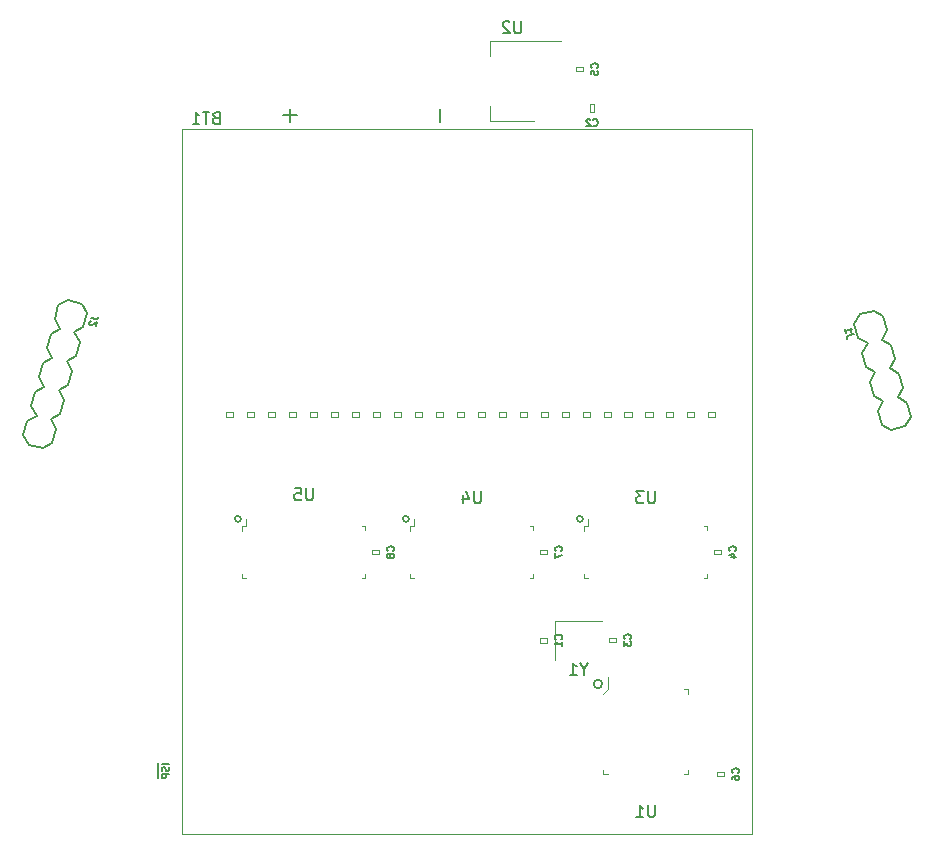
<source format=gbr>
G04 #@! TF.GenerationSoftware,KiCad,Pcbnew,5.1.2*
G04 #@! TF.CreationDate,2019-06-27T21:44:39-07:00*
G04 #@! TF.ProjectId,DC27-Cylon,44433237-2d43-4796-9c6f-6e2e6b696361,rev?*
G04 #@! TF.SameCoordinates,Original*
G04 #@! TF.FileFunction,Legend,Bot*
G04 #@! TF.FilePolarity,Positive*
%FSLAX46Y46*%
G04 Gerber Fmt 4.6, Leading zero omitted, Abs format (unit mm)*
G04 Created by KiCad (PCBNEW 5.1.2) date 2019-06-27 21:44:39*
%MOMM*%
%LPD*%
G04 APERTURE LIST*
%ADD10C,0.150000*%
%ADD11C,0.120000*%
%ADD12C,0.066040*%
%ADD13C,0.203200*%
%ADD14C,0.100000*%
%ADD15C,0.127000*%
G04 APERTURE END LIST*
D10*
X69088000Y-89154000D02*
G75*
G03X69088000Y-89154000I-254000J0D01*
G01*
X54356000Y-89154000D02*
G75*
G03X54356000Y-89154000I-254000J0D01*
G01*
X40132000Y-89154000D02*
G75*
G03X40132000Y-89154000I-254000J0D01*
G01*
X70717210Y-103124000D02*
G75*
G03X70717210Y-103124000I-359210J0D01*
G01*
D11*
X35131000Y-115821000D02*
X35131000Y-56111000D01*
X35131000Y-56111000D02*
X83421000Y-56111000D01*
X83421000Y-56111000D02*
X83425000Y-115821000D01*
X83421000Y-115821000D02*
X35131000Y-115821000D01*
D12*
X38885280Y-80524356D02*
X39484720Y-80524356D01*
X39484720Y-80524356D02*
X39484720Y-80128116D01*
X38885280Y-80128116D02*
X39484720Y-80128116D01*
X38885280Y-80524356D02*
X38885280Y-80128116D01*
X40660280Y-80524356D02*
X41259720Y-80524356D01*
X41259720Y-80524356D02*
X41259720Y-80128116D01*
X40660280Y-80128116D02*
X41259720Y-80128116D01*
X40660280Y-80524356D02*
X40660280Y-80128116D01*
X42435280Y-80524356D02*
X43034720Y-80524356D01*
X43034720Y-80524356D02*
X43034720Y-80128116D01*
X42435280Y-80128116D02*
X43034720Y-80128116D01*
X42435280Y-80524356D02*
X42435280Y-80128116D01*
X44210280Y-80524356D02*
X44809720Y-80524356D01*
X44809720Y-80524356D02*
X44809720Y-80128116D01*
X44210280Y-80128116D02*
X44809720Y-80128116D01*
X44210280Y-80524356D02*
X44210280Y-80128116D01*
X45985280Y-80524356D02*
X46584720Y-80524356D01*
X46584720Y-80524356D02*
X46584720Y-80128116D01*
X45985280Y-80128116D02*
X46584720Y-80128116D01*
X45985280Y-80524356D02*
X45985280Y-80128116D01*
X47760280Y-80524356D02*
X48359720Y-80524356D01*
X48359720Y-80524356D02*
X48359720Y-80128116D01*
X47760280Y-80128116D02*
X48359720Y-80128116D01*
X47760280Y-80524356D02*
X47760280Y-80128116D01*
X49535280Y-80524356D02*
X50134720Y-80524356D01*
X50134720Y-80524356D02*
X50134720Y-80128116D01*
X49535280Y-80128116D02*
X50134720Y-80128116D01*
X49535280Y-80524356D02*
X49535280Y-80128116D01*
X51310280Y-80524356D02*
X51909720Y-80524356D01*
X51909720Y-80524356D02*
X51909720Y-80128116D01*
X51310280Y-80128116D02*
X51909720Y-80128116D01*
X51310280Y-80524356D02*
X51310280Y-80128116D01*
X53085280Y-80524356D02*
X53684720Y-80524356D01*
X53684720Y-80524356D02*
X53684720Y-80128116D01*
X53085280Y-80128116D02*
X53684720Y-80128116D01*
X53085280Y-80524356D02*
X53085280Y-80128116D01*
X54860280Y-80524356D02*
X55459720Y-80524356D01*
X55459720Y-80524356D02*
X55459720Y-80128116D01*
X54860280Y-80128116D02*
X55459720Y-80128116D01*
X54860280Y-80524356D02*
X54860280Y-80128116D01*
X56635280Y-80524356D02*
X57234720Y-80524356D01*
X57234720Y-80524356D02*
X57234720Y-80128116D01*
X56635280Y-80128116D02*
X57234720Y-80128116D01*
X56635280Y-80524356D02*
X56635280Y-80128116D01*
X58410280Y-80524356D02*
X59009720Y-80524356D01*
X59009720Y-80524356D02*
X59009720Y-80128116D01*
X58410280Y-80128116D02*
X59009720Y-80128116D01*
X58410280Y-80524356D02*
X58410280Y-80128116D01*
X60185280Y-80524356D02*
X60784720Y-80524356D01*
X60784720Y-80524356D02*
X60784720Y-80128116D01*
X60185280Y-80128116D02*
X60784720Y-80128116D01*
X60185280Y-80524356D02*
X60185280Y-80128116D01*
X61960280Y-80524356D02*
X62559720Y-80524356D01*
X62559720Y-80524356D02*
X62559720Y-80128116D01*
X61960280Y-80128116D02*
X62559720Y-80128116D01*
X61960280Y-80524356D02*
X61960280Y-80128116D01*
X63735280Y-80524356D02*
X64334720Y-80524356D01*
X64334720Y-80524356D02*
X64334720Y-80128116D01*
X63735280Y-80128116D02*
X64334720Y-80128116D01*
X63735280Y-80524356D02*
X63735280Y-80128116D01*
X65510280Y-80524356D02*
X66109720Y-80524356D01*
X66109720Y-80524356D02*
X66109720Y-80128116D01*
X65510280Y-80128116D02*
X66109720Y-80128116D01*
X65510280Y-80524356D02*
X65510280Y-80128116D01*
X67285280Y-80524356D02*
X67884720Y-80524356D01*
X67884720Y-80524356D02*
X67884720Y-80128116D01*
X67285280Y-80128116D02*
X67884720Y-80128116D01*
X67285280Y-80524356D02*
X67285280Y-80128116D01*
X69060280Y-80524356D02*
X69659720Y-80524356D01*
X69659720Y-80524356D02*
X69659720Y-80128116D01*
X69060280Y-80128116D02*
X69659720Y-80128116D01*
X69060280Y-80524356D02*
X69060280Y-80128116D01*
X70835280Y-80524356D02*
X71434720Y-80524356D01*
X71434720Y-80524356D02*
X71434720Y-80128116D01*
X70835280Y-80128116D02*
X71434720Y-80128116D01*
X70835280Y-80524356D02*
X70835280Y-80128116D01*
X72610280Y-80524356D02*
X73209720Y-80524356D01*
X73209720Y-80524356D02*
X73209720Y-80128116D01*
X72610280Y-80128116D02*
X73209720Y-80128116D01*
X72610280Y-80524356D02*
X72610280Y-80128116D01*
X74385280Y-80524356D02*
X74984720Y-80524356D01*
X74984720Y-80524356D02*
X74984720Y-80128116D01*
X74385280Y-80128116D02*
X74984720Y-80128116D01*
X74385280Y-80524356D02*
X74385280Y-80128116D01*
X76160280Y-80524356D02*
X76759720Y-80524356D01*
X76759720Y-80524356D02*
X76759720Y-80128116D01*
X76160280Y-80128116D02*
X76759720Y-80128116D01*
X76160280Y-80524356D02*
X76160280Y-80128116D01*
X77935280Y-80524356D02*
X78534720Y-80524356D01*
X78534720Y-80524356D02*
X78534720Y-80128116D01*
X77935280Y-80128116D02*
X78534720Y-80128116D01*
X77935280Y-80524356D02*
X77935280Y-80128116D01*
D13*
X33098740Y-111125000D02*
X33098740Y-109855000D01*
X33098740Y-109855000D02*
X33098740Y-111125000D01*
D12*
X65486280Y-99639120D02*
X65486280Y-99242880D01*
X65486280Y-99242880D02*
X66085720Y-99242880D01*
X66085720Y-99639120D02*
X66085720Y-99242880D01*
X65486280Y-99639120D02*
X66085720Y-99639120D01*
X69651880Y-54056280D02*
X69651880Y-54655720D01*
X69651880Y-54655720D02*
X70048120Y-54655720D01*
X70048120Y-54056280D02*
X70048120Y-54655720D01*
X69651880Y-54056280D02*
X70048120Y-54056280D01*
X71328280Y-99588120D02*
X71927720Y-99588120D01*
X71927720Y-99588120D02*
X71927720Y-99191880D01*
X71328280Y-99191880D02*
X71927720Y-99191880D01*
X71328280Y-99588120D02*
X71328280Y-99191880D01*
X80218280Y-92146120D02*
X80817720Y-92146120D01*
X80817720Y-92146120D02*
X80817720Y-91749880D01*
X80218280Y-91749880D02*
X80817720Y-91749880D01*
X80218280Y-92146120D02*
X80218280Y-91749880D01*
X68534280Y-51252120D02*
X68534280Y-50855880D01*
X68534280Y-50855880D02*
X69133720Y-50855880D01*
X69133720Y-51252120D02*
X69133720Y-50855880D01*
X68534280Y-51252120D02*
X69133720Y-51252120D01*
X80472280Y-110942120D02*
X80472280Y-110545880D01*
X80472280Y-110545880D02*
X81071720Y-110545880D01*
X81071720Y-110942120D02*
X81071720Y-110545880D01*
X80472280Y-110942120D02*
X81071720Y-110942120D01*
X65486280Y-92146120D02*
X65486280Y-91749880D01*
X65486280Y-91749880D02*
X66085720Y-91749880D01*
X66085720Y-92146120D02*
X66085720Y-91749880D01*
X65486280Y-92146120D02*
X66085720Y-92146120D01*
X51262280Y-92146120D02*
X51861720Y-92146120D01*
X51861720Y-92146120D02*
X51861720Y-91749880D01*
X51262280Y-91749880D02*
X51861720Y-91749880D01*
X51262280Y-92146120D02*
X51262280Y-91749880D01*
D13*
X94053125Y-79973692D02*
X94381825Y-81200418D01*
X94381825Y-81200418D02*
X95159538Y-81649431D01*
X96386264Y-81320731D02*
X96835277Y-80543018D01*
X93844738Y-76742527D02*
X93395725Y-77520240D01*
X93395725Y-77520240D02*
X93724425Y-78746966D01*
X93724425Y-78746966D02*
X94502138Y-79195979D01*
X95728864Y-78867279D02*
X96177877Y-78089566D01*
X96177877Y-78089566D02*
X95849176Y-76862840D01*
X95849176Y-76862840D02*
X95071463Y-76413827D01*
X94053125Y-79973692D02*
X94502138Y-79195979D01*
X95728864Y-78867279D02*
X96506577Y-79316292D01*
X96835277Y-80543018D02*
X96506577Y-79316292D01*
X92080924Y-72613337D02*
X92409624Y-73840063D01*
X92409624Y-73840063D02*
X93187337Y-74289076D01*
X94414063Y-73960376D02*
X94863076Y-73182663D01*
X93187337Y-74289076D02*
X92738324Y-75066789D01*
X92738324Y-75066789D02*
X93067025Y-76293515D01*
X93067025Y-76293515D02*
X93844738Y-76742527D01*
X95071463Y-76413827D02*
X95520476Y-75636114D01*
X95520476Y-75636114D02*
X95191776Y-74409389D01*
X95191776Y-74409389D02*
X94414063Y-73960376D01*
X92529937Y-71835624D02*
X93756663Y-71506924D01*
X92080924Y-72613337D02*
X92529937Y-71835624D01*
X93756663Y-71506924D02*
X94534376Y-71955937D01*
X94863076Y-73182663D02*
X94534376Y-71955937D01*
X95159538Y-81649431D02*
X96386264Y-81320731D01*
X26148577Y-75369708D02*
X26477277Y-74142982D01*
X26477277Y-74142982D02*
X26028264Y-73365269D01*
X24801538Y-73036569D02*
X24023825Y-73485582D01*
X26028264Y-73365269D02*
X26805977Y-72916257D01*
X26805977Y-72916257D02*
X27134677Y-71689531D01*
X27134677Y-71689531D02*
X26685665Y-70911818D01*
X25458939Y-70583118D02*
X24681226Y-71032131D01*
X24681226Y-71032131D02*
X24352526Y-72258856D01*
X24352526Y-72258856D02*
X24801538Y-73036569D01*
X24713463Y-78272173D02*
X25491176Y-77823160D01*
X25491176Y-77823160D02*
X25819877Y-76596434D01*
X25819877Y-76596434D02*
X25370864Y-75818721D01*
X24144138Y-75490021D02*
X23366425Y-75939034D01*
X23366425Y-75939034D02*
X23037725Y-77165760D01*
X23037725Y-77165760D02*
X23486738Y-77943473D01*
X26148577Y-75369708D02*
X25370864Y-75818721D01*
X24144138Y-75490021D02*
X23695125Y-74712308D01*
X24023825Y-73485582D02*
X23695125Y-74712308D01*
X24176376Y-82730063D02*
X24505076Y-81503337D01*
X24505076Y-81503337D02*
X24056063Y-80725624D01*
X22829337Y-80396924D02*
X22051624Y-80845937D01*
X24056063Y-80725624D02*
X24833776Y-80276611D01*
X24833776Y-80276611D02*
X25162476Y-79049886D01*
X25162476Y-79049886D02*
X24713463Y-78272173D01*
X23486738Y-77943473D02*
X22709025Y-78392485D01*
X22709025Y-78392485D02*
X22380324Y-79619211D01*
X22380324Y-79619211D02*
X22829337Y-80396924D01*
X23398663Y-83179076D02*
X22171937Y-82850376D01*
X24176376Y-82730063D02*
X23398663Y-83179076D01*
X22171937Y-82850376D02*
X21722924Y-82072663D01*
X22051624Y-80845937D02*
X21722924Y-82072663D01*
X26685665Y-70911818D02*
X25458939Y-70583118D01*
D12*
X79710280Y-80524356D02*
X79710280Y-80128116D01*
X79710280Y-80128116D02*
X80309720Y-80128116D01*
X80309720Y-80524356D02*
X80309720Y-80128116D01*
X79710280Y-80524356D02*
X80309720Y-80524356D01*
D14*
X71222000Y-102538000D02*
X71222000Y-103588000D01*
X71222000Y-103588000D02*
X70822000Y-103988000D01*
X78022000Y-103988000D02*
X78022000Y-103588000D01*
X78022000Y-103588000D02*
X77622000Y-103588000D01*
X71222000Y-110788000D02*
X70822000Y-110788000D01*
X70822000Y-110788000D02*
X70822000Y-110388000D01*
X77622000Y-110788000D02*
X78022000Y-110788000D01*
X78022000Y-110788000D02*
X78022000Y-110388000D01*
D11*
X61184000Y-55480000D02*
X61184000Y-54220000D01*
X61184000Y-48660000D02*
X61184000Y-49920000D01*
X64944000Y-55480000D02*
X61184000Y-55480000D01*
X67194000Y-48660000D02*
X61184000Y-48660000D01*
D14*
X79622000Y-94148000D02*
X79622000Y-93848000D01*
X79622000Y-94148000D02*
X79322000Y-94148000D01*
X69222000Y-94148000D02*
X69222000Y-93848000D01*
X79322000Y-89748000D02*
X79622000Y-89748000D01*
X79622000Y-89748000D02*
X79622000Y-90048000D01*
X69222000Y-90148000D02*
X69222000Y-89748000D01*
X69222000Y-89748000D02*
X69522000Y-89748000D01*
X69522000Y-89748000D02*
X69522000Y-89148000D01*
X69522000Y-94148000D02*
X69222000Y-94148000D01*
X54790000Y-94148000D02*
X54490000Y-94148000D01*
X54790000Y-89748000D02*
X54790000Y-89148000D01*
X54490000Y-89748000D02*
X54790000Y-89748000D01*
X54490000Y-90148000D02*
X54490000Y-89748000D01*
X64890000Y-89748000D02*
X64890000Y-90048000D01*
X64590000Y-89748000D02*
X64890000Y-89748000D01*
X54490000Y-94148000D02*
X54490000Y-93848000D01*
X64890000Y-94148000D02*
X64590000Y-94148000D01*
X64890000Y-94148000D02*
X64890000Y-93848000D01*
X50666000Y-94148000D02*
X50666000Y-93848000D01*
X50666000Y-94148000D02*
X50366000Y-94148000D01*
X40266000Y-94148000D02*
X40266000Y-93848000D01*
X50366000Y-89748000D02*
X50666000Y-89748000D01*
X50666000Y-89748000D02*
X50666000Y-90048000D01*
X40266000Y-90148000D02*
X40266000Y-89748000D01*
X40266000Y-89748000D02*
X40566000Y-89748000D01*
X40566000Y-89748000D02*
X40566000Y-89148000D01*
X40566000Y-94148000D02*
X40266000Y-94148000D01*
D11*
X66707000Y-101091000D02*
X66707000Y-97791000D01*
X66707000Y-97791000D02*
X70707000Y-97791000D01*
D10*
X37996714Y-55173571D02*
X37853857Y-55221190D01*
X37806238Y-55268809D01*
X37758619Y-55364047D01*
X37758619Y-55506904D01*
X37806238Y-55602142D01*
X37853857Y-55649761D01*
X37949095Y-55697380D01*
X38330047Y-55697380D01*
X38330047Y-54697380D01*
X37996714Y-54697380D01*
X37901476Y-54745000D01*
X37853857Y-54792619D01*
X37806238Y-54887857D01*
X37806238Y-54983095D01*
X37853857Y-55078333D01*
X37901476Y-55125952D01*
X37996714Y-55173571D01*
X38330047Y-55173571D01*
X37472904Y-54697380D02*
X36901476Y-54697380D01*
X37187190Y-55697380D02*
X37187190Y-54697380D01*
X36044333Y-55697380D02*
X36615761Y-55697380D01*
X36330047Y-55697380D02*
X36330047Y-54697380D01*
X36425285Y-54840238D01*
X36520523Y-54935476D01*
X36615761Y-54983095D01*
X57003142Y-54419571D02*
X57003142Y-55562428D01*
X44303142Y-54419571D02*
X44303142Y-55562428D01*
X44874571Y-54991000D02*
X43731714Y-54991000D01*
D15*
X34057771Y-109894914D02*
X33448171Y-109894914D01*
X34028742Y-110156171D02*
X34057771Y-110243257D01*
X34057771Y-110388400D01*
X34028742Y-110446457D01*
X33999714Y-110475485D01*
X33941657Y-110504514D01*
X33883600Y-110504514D01*
X33825542Y-110475485D01*
X33796514Y-110446457D01*
X33767485Y-110388400D01*
X33738457Y-110272285D01*
X33709428Y-110214228D01*
X33680400Y-110185200D01*
X33622342Y-110156171D01*
X33564285Y-110156171D01*
X33506228Y-110185200D01*
X33477200Y-110214228D01*
X33448171Y-110272285D01*
X33448171Y-110417428D01*
X33477200Y-110504514D01*
X34057771Y-110765771D02*
X33448171Y-110765771D01*
X33448171Y-110998000D01*
X33477200Y-111056057D01*
X33506228Y-111085085D01*
X33564285Y-111114114D01*
X33651371Y-111114114D01*
X33709428Y-111085085D01*
X33738457Y-111056057D01*
X33767485Y-110998000D01*
X33767485Y-110765771D01*
X67273714Y-99339400D02*
X67302742Y-99310371D01*
X67331771Y-99223285D01*
X67331771Y-99165228D01*
X67302742Y-99078142D01*
X67244685Y-99020085D01*
X67186628Y-98991057D01*
X67070514Y-98962028D01*
X66983428Y-98962028D01*
X66867314Y-98991057D01*
X66809257Y-99020085D01*
X66751200Y-99078142D01*
X66722171Y-99165228D01*
X66722171Y-99223285D01*
X66751200Y-99310371D01*
X66780228Y-99339400D01*
X67331771Y-99919971D02*
X67331771Y-99571628D01*
X67331771Y-99745800D02*
X66722171Y-99745800D01*
X66809257Y-99687742D01*
X66867314Y-99629685D01*
X66896342Y-99571628D01*
X69951600Y-55843714D02*
X69980628Y-55872742D01*
X70067714Y-55901771D01*
X70125771Y-55901771D01*
X70212857Y-55872742D01*
X70270914Y-55814685D01*
X70299942Y-55756628D01*
X70328971Y-55640514D01*
X70328971Y-55553428D01*
X70299942Y-55437314D01*
X70270914Y-55379257D01*
X70212857Y-55321200D01*
X70125771Y-55292171D01*
X70067714Y-55292171D01*
X69980628Y-55321200D01*
X69951600Y-55350228D01*
X69719371Y-55350228D02*
X69690342Y-55321200D01*
X69632285Y-55292171D01*
X69487142Y-55292171D01*
X69429085Y-55321200D01*
X69400057Y-55350228D01*
X69371028Y-55408285D01*
X69371028Y-55466342D01*
X69400057Y-55553428D01*
X69748400Y-55901771D01*
X69371028Y-55901771D01*
X73115714Y-99288400D02*
X73144742Y-99259371D01*
X73173771Y-99172285D01*
X73173771Y-99114228D01*
X73144742Y-99027142D01*
X73086685Y-98969085D01*
X73028628Y-98940057D01*
X72912514Y-98911028D01*
X72825428Y-98911028D01*
X72709314Y-98940057D01*
X72651257Y-98969085D01*
X72593200Y-99027142D01*
X72564171Y-99114228D01*
X72564171Y-99172285D01*
X72593200Y-99259371D01*
X72622228Y-99288400D01*
X72564171Y-99491600D02*
X72564171Y-99868971D01*
X72796400Y-99665771D01*
X72796400Y-99752857D01*
X72825428Y-99810914D01*
X72854457Y-99839942D01*
X72912514Y-99868971D01*
X73057657Y-99868971D01*
X73115714Y-99839942D01*
X73144742Y-99810914D01*
X73173771Y-99752857D01*
X73173771Y-99578685D01*
X73144742Y-99520628D01*
X73115714Y-99491600D01*
X82005714Y-91846400D02*
X82034742Y-91817371D01*
X82063771Y-91730285D01*
X82063771Y-91672228D01*
X82034742Y-91585142D01*
X81976685Y-91527085D01*
X81918628Y-91498057D01*
X81802514Y-91469028D01*
X81715428Y-91469028D01*
X81599314Y-91498057D01*
X81541257Y-91527085D01*
X81483200Y-91585142D01*
X81454171Y-91672228D01*
X81454171Y-91730285D01*
X81483200Y-91817371D01*
X81512228Y-91846400D01*
X81657371Y-92368914D02*
X82063771Y-92368914D01*
X81425142Y-92223771D02*
X81860571Y-92078628D01*
X81860571Y-92456000D01*
X70321714Y-50952400D02*
X70350742Y-50923371D01*
X70379771Y-50836285D01*
X70379771Y-50778228D01*
X70350742Y-50691142D01*
X70292685Y-50633085D01*
X70234628Y-50604057D01*
X70118514Y-50575028D01*
X70031428Y-50575028D01*
X69915314Y-50604057D01*
X69857257Y-50633085D01*
X69799200Y-50691142D01*
X69770171Y-50778228D01*
X69770171Y-50836285D01*
X69799200Y-50923371D01*
X69828228Y-50952400D01*
X69770171Y-51503942D02*
X69770171Y-51213657D01*
X70060457Y-51184628D01*
X70031428Y-51213657D01*
X70002400Y-51271714D01*
X70002400Y-51416857D01*
X70031428Y-51474914D01*
X70060457Y-51503942D01*
X70118514Y-51532971D01*
X70263657Y-51532971D01*
X70321714Y-51503942D01*
X70350742Y-51474914D01*
X70379771Y-51416857D01*
X70379771Y-51271714D01*
X70350742Y-51213657D01*
X70321714Y-51184628D01*
X82259714Y-110642400D02*
X82288742Y-110613371D01*
X82317771Y-110526285D01*
X82317771Y-110468228D01*
X82288742Y-110381142D01*
X82230685Y-110323085D01*
X82172628Y-110294057D01*
X82056514Y-110265028D01*
X81969428Y-110265028D01*
X81853314Y-110294057D01*
X81795257Y-110323085D01*
X81737200Y-110381142D01*
X81708171Y-110468228D01*
X81708171Y-110526285D01*
X81737200Y-110613371D01*
X81766228Y-110642400D01*
X81708171Y-111164914D02*
X81708171Y-111048800D01*
X81737200Y-110990742D01*
X81766228Y-110961714D01*
X81853314Y-110903657D01*
X81969428Y-110874628D01*
X82201657Y-110874628D01*
X82259714Y-110903657D01*
X82288742Y-110932685D01*
X82317771Y-110990742D01*
X82317771Y-111106857D01*
X82288742Y-111164914D01*
X82259714Y-111193942D01*
X82201657Y-111222971D01*
X82056514Y-111222971D01*
X81998457Y-111193942D01*
X81969428Y-111164914D01*
X81940400Y-111106857D01*
X81940400Y-110990742D01*
X81969428Y-110932685D01*
X81998457Y-110903657D01*
X82056514Y-110874628D01*
X67273714Y-91846400D02*
X67302742Y-91817371D01*
X67331771Y-91730285D01*
X67331771Y-91672228D01*
X67302742Y-91585142D01*
X67244685Y-91527085D01*
X67186628Y-91498057D01*
X67070514Y-91469028D01*
X66983428Y-91469028D01*
X66867314Y-91498057D01*
X66809257Y-91527085D01*
X66751200Y-91585142D01*
X66722171Y-91672228D01*
X66722171Y-91730285D01*
X66751200Y-91817371D01*
X66780228Y-91846400D01*
X66722171Y-92049600D02*
X66722171Y-92456000D01*
X67331771Y-92194742D01*
X53049714Y-91846400D02*
X53078742Y-91817371D01*
X53107771Y-91730285D01*
X53107771Y-91672228D01*
X53078742Y-91585142D01*
X53020685Y-91527085D01*
X52962628Y-91498057D01*
X52846514Y-91469028D01*
X52759428Y-91469028D01*
X52643314Y-91498057D01*
X52585257Y-91527085D01*
X52527200Y-91585142D01*
X52498171Y-91672228D01*
X52498171Y-91730285D01*
X52527200Y-91817371D01*
X52556228Y-91846400D01*
X52759428Y-92194742D02*
X52730400Y-92136685D01*
X52701371Y-92107657D01*
X52643314Y-92078628D01*
X52614285Y-92078628D01*
X52556228Y-92107657D01*
X52527200Y-92136685D01*
X52498171Y-92194742D01*
X52498171Y-92310857D01*
X52527200Y-92368914D01*
X52556228Y-92397942D01*
X52614285Y-92426971D01*
X52643314Y-92426971D01*
X52701371Y-92397942D01*
X52730400Y-92368914D01*
X52759428Y-92310857D01*
X52759428Y-92194742D01*
X52788457Y-92136685D01*
X52817485Y-92107657D01*
X52875542Y-92078628D01*
X52991657Y-92078628D01*
X53049714Y-92107657D01*
X53078742Y-92136685D01*
X53107771Y-92194742D01*
X53107771Y-92310857D01*
X53078742Y-92368914D01*
X53049714Y-92397942D01*
X52991657Y-92426971D01*
X52875542Y-92426971D01*
X52817485Y-92397942D01*
X52788457Y-92368914D01*
X52759428Y-92310857D01*
X92006956Y-73500924D02*
X91586364Y-73613622D01*
X91509759Y-73664201D01*
X91468707Y-73735306D01*
X91463207Y-73826937D01*
X91478233Y-73883016D01*
X91260352Y-73069872D02*
X91350509Y-73406346D01*
X91305431Y-73238109D02*
X91894259Y-73080333D01*
X91825167Y-73158951D01*
X91784114Y-73230056D01*
X91771101Y-73293648D01*
X27416138Y-72107321D02*
X27836730Y-72220018D01*
X27928361Y-72214518D01*
X27999466Y-72173466D01*
X28050045Y-72096861D01*
X28065071Y-72040782D01*
X27404598Y-72374702D02*
X27369046Y-72395229D01*
X27325980Y-72443795D01*
X27288414Y-72583992D01*
X27301428Y-72647584D01*
X27321954Y-72683136D01*
X27370520Y-72726202D01*
X27426598Y-72741228D01*
X27518230Y-72735728D01*
X27944861Y-72489413D01*
X27847190Y-72853926D01*
D10*
X75183904Y-113390380D02*
X75183904Y-114199904D01*
X75136285Y-114295142D01*
X75088666Y-114342761D01*
X74993428Y-114390380D01*
X74802952Y-114390380D01*
X74707714Y-114342761D01*
X74660095Y-114295142D01*
X74612476Y-114199904D01*
X74612476Y-113390380D01*
X73612476Y-114390380D02*
X74183904Y-114390380D01*
X73898190Y-114390380D02*
X73898190Y-113390380D01*
X73993428Y-113533238D01*
X74088666Y-113628476D01*
X74183904Y-113676095D01*
X63855904Y-47022380D02*
X63855904Y-47831904D01*
X63808285Y-47927142D01*
X63760666Y-47974761D01*
X63665428Y-48022380D01*
X63474952Y-48022380D01*
X63379714Y-47974761D01*
X63332095Y-47927142D01*
X63284476Y-47831904D01*
X63284476Y-47022380D01*
X62855904Y-47117619D02*
X62808285Y-47070000D01*
X62713047Y-47022380D01*
X62474952Y-47022380D01*
X62379714Y-47070000D01*
X62332095Y-47117619D01*
X62284476Y-47212857D01*
X62284476Y-47308095D01*
X62332095Y-47450952D01*
X62903523Y-48022380D01*
X62284476Y-48022380D01*
X75183904Y-86828380D02*
X75183904Y-87637904D01*
X75136285Y-87733142D01*
X75088666Y-87780761D01*
X74993428Y-87828380D01*
X74802952Y-87828380D01*
X74707714Y-87780761D01*
X74660095Y-87733142D01*
X74612476Y-87637904D01*
X74612476Y-86828380D01*
X74231523Y-86828380D02*
X73612476Y-86828380D01*
X73945809Y-87209333D01*
X73802952Y-87209333D01*
X73707714Y-87256952D01*
X73660095Y-87304571D01*
X73612476Y-87399809D01*
X73612476Y-87637904D01*
X73660095Y-87733142D01*
X73707714Y-87780761D01*
X73802952Y-87828380D01*
X74088666Y-87828380D01*
X74183904Y-87780761D01*
X74231523Y-87733142D01*
X60451904Y-86828380D02*
X60451904Y-87637904D01*
X60404285Y-87733142D01*
X60356666Y-87780761D01*
X60261428Y-87828380D01*
X60070952Y-87828380D01*
X59975714Y-87780761D01*
X59928095Y-87733142D01*
X59880476Y-87637904D01*
X59880476Y-86828380D01*
X58975714Y-87161714D02*
X58975714Y-87828380D01*
X59213809Y-86780761D02*
X59451904Y-87495047D01*
X58832857Y-87495047D01*
X46227904Y-86574380D02*
X46227904Y-87383904D01*
X46180285Y-87479142D01*
X46132666Y-87526761D01*
X46037428Y-87574380D01*
X45846952Y-87574380D01*
X45751714Y-87526761D01*
X45704095Y-87479142D01*
X45656476Y-87383904D01*
X45656476Y-86574380D01*
X44704095Y-86574380D02*
X45180285Y-86574380D01*
X45227904Y-87050571D01*
X45180285Y-87002952D01*
X45085047Y-86955333D01*
X44846952Y-86955333D01*
X44751714Y-87002952D01*
X44704095Y-87050571D01*
X44656476Y-87145809D01*
X44656476Y-87383904D01*
X44704095Y-87479142D01*
X44751714Y-87526761D01*
X44846952Y-87574380D01*
X45085047Y-87574380D01*
X45180285Y-87526761D01*
X45227904Y-87479142D01*
X69183190Y-101867190D02*
X69183190Y-102343380D01*
X69516523Y-101343380D02*
X69183190Y-101867190D01*
X68849857Y-101343380D01*
X67992714Y-102343380D02*
X68564142Y-102343380D01*
X68278428Y-102343380D02*
X68278428Y-101343380D01*
X68373666Y-101486238D01*
X68468904Y-101581476D01*
X68564142Y-101629095D01*
M02*

</source>
